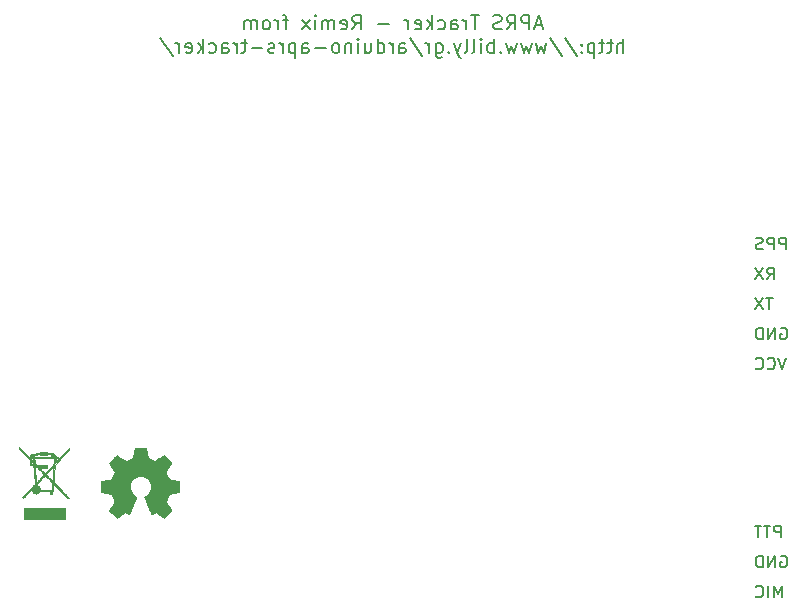
<source format=gbo>
G04 #@! TF.GenerationSoftware,KiCad,Pcbnew,(5.0.2)-1*
G04 #@! TF.CreationDate,2019-04-14T17:31:43+02:00*
G04 #@! TF.ProjectId,APRS-Tracker_ArduinoProMini,41505253-2d54-4726-9163-6b65725f4172,rev?*
G04 #@! TF.SameCoordinates,Original*
G04 #@! TF.FileFunction,Legend,Bot*
G04 #@! TF.FilePolarity,Positive*
%FSLAX46Y46*%
G04 Gerber Fmt 4.6, Leading zero omitted, Abs format (unit mm)*
G04 Created by KiCad (PCBNEW (5.0.2)-1) date 14.04.2019 17:31:43*
%MOMM*%
%LPD*%
G01*
G04 APERTURE LIST*
%ADD10C,0.200000*%
%ADD11C,0.150000*%
%ADD12C,0.010000*%
%ADD13C,1.800000*%
%ADD14R,2.800000X2.800000*%
%ADD15R,1.600000X1.600000*%
%ADD16C,1.600000*%
%ADD17R,1.050000X1.500000*%
%ADD18O,1.050000X1.500000*%
%ADD19C,1.400000*%
%ADD20O,1.400000X1.400000*%
%ADD21C,1.440000*%
%ADD22R,1.700000X1.700000*%
%ADD23O,1.700000X1.700000*%
%ADD24C,2.100000*%
%ADD25C,1.750000*%
%ADD26R,1.400000X1.400000*%
%ADD27C,3.000000*%
G04 APERTURE END LIST*
D10*
X118228571Y-107950000D02*
X117657142Y-107950000D01*
X118342857Y-108292857D02*
X117942857Y-107092857D01*
X117542857Y-108292857D01*
X117142857Y-108292857D02*
X117142857Y-107092857D01*
X116685714Y-107092857D01*
X116571428Y-107150000D01*
X116514285Y-107207142D01*
X116457142Y-107321428D01*
X116457142Y-107492857D01*
X116514285Y-107607142D01*
X116571428Y-107664285D01*
X116685714Y-107721428D01*
X117142857Y-107721428D01*
X115257142Y-108292857D02*
X115657142Y-107721428D01*
X115942857Y-108292857D02*
X115942857Y-107092857D01*
X115485714Y-107092857D01*
X115371428Y-107150000D01*
X115314285Y-107207142D01*
X115257142Y-107321428D01*
X115257142Y-107492857D01*
X115314285Y-107607142D01*
X115371428Y-107664285D01*
X115485714Y-107721428D01*
X115942857Y-107721428D01*
X114800000Y-108235714D02*
X114628571Y-108292857D01*
X114342857Y-108292857D01*
X114228571Y-108235714D01*
X114171428Y-108178571D01*
X114114285Y-108064285D01*
X114114285Y-107950000D01*
X114171428Y-107835714D01*
X114228571Y-107778571D01*
X114342857Y-107721428D01*
X114571428Y-107664285D01*
X114685714Y-107607142D01*
X114742857Y-107550000D01*
X114800000Y-107435714D01*
X114800000Y-107321428D01*
X114742857Y-107207142D01*
X114685714Y-107150000D01*
X114571428Y-107092857D01*
X114285714Y-107092857D01*
X114114285Y-107150000D01*
X112857142Y-107092857D02*
X112171428Y-107092857D01*
X112514285Y-108292857D02*
X112514285Y-107092857D01*
X111771428Y-108292857D02*
X111771428Y-107492857D01*
X111771428Y-107721428D02*
X111714285Y-107607142D01*
X111657142Y-107550000D01*
X111542857Y-107492857D01*
X111428571Y-107492857D01*
X110514285Y-108292857D02*
X110514285Y-107664285D01*
X110571428Y-107550000D01*
X110685714Y-107492857D01*
X110914285Y-107492857D01*
X111028571Y-107550000D01*
X110514285Y-108235714D02*
X110628571Y-108292857D01*
X110914285Y-108292857D01*
X111028571Y-108235714D01*
X111085714Y-108121428D01*
X111085714Y-108007142D01*
X111028571Y-107892857D01*
X110914285Y-107835714D01*
X110628571Y-107835714D01*
X110514285Y-107778571D01*
X109428571Y-108235714D02*
X109542857Y-108292857D01*
X109771428Y-108292857D01*
X109885714Y-108235714D01*
X109942857Y-108178571D01*
X110000000Y-108064285D01*
X110000000Y-107721428D01*
X109942857Y-107607142D01*
X109885714Y-107550000D01*
X109771428Y-107492857D01*
X109542857Y-107492857D01*
X109428571Y-107550000D01*
X108914285Y-108292857D02*
X108914285Y-107092857D01*
X108800000Y-107835714D02*
X108457142Y-108292857D01*
X108457142Y-107492857D02*
X108914285Y-107950000D01*
X107485714Y-108235714D02*
X107600000Y-108292857D01*
X107828571Y-108292857D01*
X107942857Y-108235714D01*
X108000000Y-108121428D01*
X108000000Y-107664285D01*
X107942857Y-107550000D01*
X107828571Y-107492857D01*
X107600000Y-107492857D01*
X107485714Y-107550000D01*
X107428571Y-107664285D01*
X107428571Y-107778571D01*
X108000000Y-107892857D01*
X106914285Y-108292857D02*
X106914285Y-107492857D01*
X106914285Y-107721428D02*
X106857142Y-107607142D01*
X106800000Y-107550000D01*
X106685714Y-107492857D01*
X106571428Y-107492857D01*
X105257142Y-107835714D02*
X104342857Y-107835714D01*
X102171428Y-108292857D02*
X102571428Y-107721428D01*
X102857142Y-108292857D02*
X102857142Y-107092857D01*
X102400000Y-107092857D01*
X102285714Y-107150000D01*
X102228571Y-107207142D01*
X102171428Y-107321428D01*
X102171428Y-107492857D01*
X102228571Y-107607142D01*
X102285714Y-107664285D01*
X102400000Y-107721428D01*
X102857142Y-107721428D01*
X101200000Y-108235714D02*
X101314285Y-108292857D01*
X101542857Y-108292857D01*
X101657142Y-108235714D01*
X101714285Y-108121428D01*
X101714285Y-107664285D01*
X101657142Y-107550000D01*
X101542857Y-107492857D01*
X101314285Y-107492857D01*
X101200000Y-107550000D01*
X101142857Y-107664285D01*
X101142857Y-107778571D01*
X101714285Y-107892857D01*
X100628571Y-108292857D02*
X100628571Y-107492857D01*
X100628571Y-107607142D02*
X100571428Y-107550000D01*
X100457142Y-107492857D01*
X100285714Y-107492857D01*
X100171428Y-107550000D01*
X100114285Y-107664285D01*
X100114285Y-108292857D01*
X100114285Y-107664285D02*
X100057142Y-107550000D01*
X99942857Y-107492857D01*
X99771428Y-107492857D01*
X99657142Y-107550000D01*
X99600000Y-107664285D01*
X99600000Y-108292857D01*
X99028571Y-108292857D02*
X99028571Y-107492857D01*
X99028571Y-107092857D02*
X99085714Y-107150000D01*
X99028571Y-107207142D01*
X98971428Y-107150000D01*
X99028571Y-107092857D01*
X99028571Y-107207142D01*
X98571428Y-108292857D02*
X97942857Y-107492857D01*
X98571428Y-107492857D02*
X97942857Y-108292857D01*
X96742857Y-107492857D02*
X96285714Y-107492857D01*
X96571428Y-108292857D02*
X96571428Y-107264285D01*
X96514285Y-107150000D01*
X96400000Y-107092857D01*
X96285714Y-107092857D01*
X95885714Y-108292857D02*
X95885714Y-107492857D01*
X95885714Y-107721428D02*
X95828571Y-107607142D01*
X95771428Y-107550000D01*
X95657142Y-107492857D01*
X95542857Y-107492857D01*
X94971428Y-108292857D02*
X95085714Y-108235714D01*
X95142857Y-108178571D01*
X95200000Y-108064285D01*
X95200000Y-107721428D01*
X95142857Y-107607142D01*
X95085714Y-107550000D01*
X94971428Y-107492857D01*
X94800000Y-107492857D01*
X94685714Y-107550000D01*
X94628571Y-107607142D01*
X94571428Y-107721428D01*
X94571428Y-108064285D01*
X94628571Y-108178571D01*
X94685714Y-108235714D01*
X94800000Y-108292857D01*
X94971428Y-108292857D01*
X94057142Y-108292857D02*
X94057142Y-107492857D01*
X94057142Y-107607142D02*
X94000000Y-107550000D01*
X93885714Y-107492857D01*
X93714285Y-107492857D01*
X93600000Y-107550000D01*
X93542857Y-107664285D01*
X93542857Y-108292857D01*
X93542857Y-107664285D02*
X93485714Y-107550000D01*
X93371428Y-107492857D01*
X93200000Y-107492857D01*
X93085714Y-107550000D01*
X93028571Y-107664285D01*
X93028571Y-108292857D01*
X125114285Y-110292857D02*
X125114285Y-109092857D01*
X124600000Y-110292857D02*
X124600000Y-109664285D01*
X124657142Y-109550000D01*
X124771428Y-109492857D01*
X124942857Y-109492857D01*
X125057142Y-109550000D01*
X125114285Y-109607142D01*
X124200000Y-109492857D02*
X123742857Y-109492857D01*
X124028571Y-109092857D02*
X124028571Y-110121428D01*
X123971428Y-110235714D01*
X123857142Y-110292857D01*
X123742857Y-110292857D01*
X123514285Y-109492857D02*
X123057142Y-109492857D01*
X123342857Y-109092857D02*
X123342857Y-110121428D01*
X123285714Y-110235714D01*
X123171428Y-110292857D01*
X123057142Y-110292857D01*
X122657142Y-109492857D02*
X122657142Y-110692857D01*
X122657142Y-109550000D02*
X122542857Y-109492857D01*
X122314285Y-109492857D01*
X122200000Y-109550000D01*
X122142857Y-109607142D01*
X122085714Y-109721428D01*
X122085714Y-110064285D01*
X122142857Y-110178571D01*
X122200000Y-110235714D01*
X122314285Y-110292857D01*
X122542857Y-110292857D01*
X122657142Y-110235714D01*
X121571428Y-110178571D02*
X121514285Y-110235714D01*
X121571428Y-110292857D01*
X121628571Y-110235714D01*
X121571428Y-110178571D01*
X121571428Y-110292857D01*
X121571428Y-109550000D02*
X121514285Y-109607142D01*
X121571428Y-109664285D01*
X121628571Y-109607142D01*
X121571428Y-109550000D01*
X121571428Y-109664285D01*
X120142857Y-109035714D02*
X121171428Y-110578571D01*
X118885714Y-109035714D02*
X119914285Y-110578571D01*
X118600000Y-109492857D02*
X118371428Y-110292857D01*
X118142857Y-109721428D01*
X117914285Y-110292857D01*
X117685714Y-109492857D01*
X117342857Y-109492857D02*
X117114285Y-110292857D01*
X116885714Y-109721428D01*
X116657142Y-110292857D01*
X116428571Y-109492857D01*
X116085714Y-109492857D02*
X115857142Y-110292857D01*
X115628571Y-109721428D01*
X115400000Y-110292857D01*
X115171428Y-109492857D01*
X114714285Y-110178571D02*
X114657142Y-110235714D01*
X114714285Y-110292857D01*
X114771428Y-110235714D01*
X114714285Y-110178571D01*
X114714285Y-110292857D01*
X114142857Y-110292857D02*
X114142857Y-109092857D01*
X114142857Y-109550000D02*
X114028571Y-109492857D01*
X113800000Y-109492857D01*
X113685714Y-109550000D01*
X113628571Y-109607142D01*
X113571428Y-109721428D01*
X113571428Y-110064285D01*
X113628571Y-110178571D01*
X113685714Y-110235714D01*
X113800000Y-110292857D01*
X114028571Y-110292857D01*
X114142857Y-110235714D01*
X113057142Y-110292857D02*
X113057142Y-109492857D01*
X113057142Y-109092857D02*
X113114285Y-109150000D01*
X113057142Y-109207142D01*
X113000000Y-109150000D01*
X113057142Y-109092857D01*
X113057142Y-109207142D01*
X112314285Y-110292857D02*
X112428571Y-110235714D01*
X112485714Y-110121428D01*
X112485714Y-109092857D01*
X111685714Y-110292857D02*
X111800000Y-110235714D01*
X111857142Y-110121428D01*
X111857142Y-109092857D01*
X111342857Y-109492857D02*
X111057142Y-110292857D01*
X110771428Y-109492857D02*
X111057142Y-110292857D01*
X111171428Y-110578571D01*
X111228571Y-110635714D01*
X111342857Y-110692857D01*
X110314285Y-110178571D02*
X110257142Y-110235714D01*
X110314285Y-110292857D01*
X110371428Y-110235714D01*
X110314285Y-110178571D01*
X110314285Y-110292857D01*
X109228571Y-109492857D02*
X109228571Y-110464285D01*
X109285714Y-110578571D01*
X109342857Y-110635714D01*
X109457142Y-110692857D01*
X109628571Y-110692857D01*
X109742857Y-110635714D01*
X109228571Y-110235714D02*
X109342857Y-110292857D01*
X109571428Y-110292857D01*
X109685714Y-110235714D01*
X109742857Y-110178571D01*
X109800000Y-110064285D01*
X109800000Y-109721428D01*
X109742857Y-109607142D01*
X109685714Y-109550000D01*
X109571428Y-109492857D01*
X109342857Y-109492857D01*
X109228571Y-109550000D01*
X108657142Y-110292857D02*
X108657142Y-109492857D01*
X108657142Y-109721428D02*
X108600000Y-109607142D01*
X108542857Y-109550000D01*
X108428571Y-109492857D01*
X108314285Y-109492857D01*
X107057142Y-109035714D02*
X108085714Y-110578571D01*
X106142857Y-110292857D02*
X106142857Y-109664285D01*
X106200000Y-109550000D01*
X106314285Y-109492857D01*
X106542857Y-109492857D01*
X106657142Y-109550000D01*
X106142857Y-110235714D02*
X106257142Y-110292857D01*
X106542857Y-110292857D01*
X106657142Y-110235714D01*
X106714285Y-110121428D01*
X106714285Y-110007142D01*
X106657142Y-109892857D01*
X106542857Y-109835714D01*
X106257142Y-109835714D01*
X106142857Y-109778571D01*
X105571428Y-110292857D02*
X105571428Y-109492857D01*
X105571428Y-109721428D02*
X105514285Y-109607142D01*
X105457142Y-109550000D01*
X105342857Y-109492857D01*
X105228571Y-109492857D01*
X104314285Y-110292857D02*
X104314285Y-109092857D01*
X104314285Y-110235714D02*
X104428571Y-110292857D01*
X104657142Y-110292857D01*
X104771428Y-110235714D01*
X104828571Y-110178571D01*
X104885714Y-110064285D01*
X104885714Y-109721428D01*
X104828571Y-109607142D01*
X104771428Y-109550000D01*
X104657142Y-109492857D01*
X104428571Y-109492857D01*
X104314285Y-109550000D01*
X103228571Y-109492857D02*
X103228571Y-110292857D01*
X103742857Y-109492857D02*
X103742857Y-110121428D01*
X103685714Y-110235714D01*
X103571428Y-110292857D01*
X103400000Y-110292857D01*
X103285714Y-110235714D01*
X103228571Y-110178571D01*
X102657142Y-110292857D02*
X102657142Y-109492857D01*
X102657142Y-109092857D02*
X102714285Y-109150000D01*
X102657142Y-109207142D01*
X102600000Y-109150000D01*
X102657142Y-109092857D01*
X102657142Y-109207142D01*
X102085714Y-109492857D02*
X102085714Y-110292857D01*
X102085714Y-109607142D02*
X102028571Y-109550000D01*
X101914285Y-109492857D01*
X101742857Y-109492857D01*
X101628571Y-109550000D01*
X101571428Y-109664285D01*
X101571428Y-110292857D01*
X100828571Y-110292857D02*
X100942857Y-110235714D01*
X101000000Y-110178571D01*
X101057142Y-110064285D01*
X101057142Y-109721428D01*
X101000000Y-109607142D01*
X100942857Y-109550000D01*
X100828571Y-109492857D01*
X100657142Y-109492857D01*
X100542857Y-109550000D01*
X100485714Y-109607142D01*
X100428571Y-109721428D01*
X100428571Y-110064285D01*
X100485714Y-110178571D01*
X100542857Y-110235714D01*
X100657142Y-110292857D01*
X100828571Y-110292857D01*
X99914285Y-109835714D02*
X99000000Y-109835714D01*
X97914285Y-110292857D02*
X97914285Y-109664285D01*
X97971428Y-109550000D01*
X98085714Y-109492857D01*
X98314285Y-109492857D01*
X98428571Y-109550000D01*
X97914285Y-110235714D02*
X98028571Y-110292857D01*
X98314285Y-110292857D01*
X98428571Y-110235714D01*
X98485714Y-110121428D01*
X98485714Y-110007142D01*
X98428571Y-109892857D01*
X98314285Y-109835714D01*
X98028571Y-109835714D01*
X97914285Y-109778571D01*
X97342857Y-109492857D02*
X97342857Y-110692857D01*
X97342857Y-109550000D02*
X97228571Y-109492857D01*
X97000000Y-109492857D01*
X96885714Y-109550000D01*
X96828571Y-109607142D01*
X96771428Y-109721428D01*
X96771428Y-110064285D01*
X96828571Y-110178571D01*
X96885714Y-110235714D01*
X97000000Y-110292857D01*
X97228571Y-110292857D01*
X97342857Y-110235714D01*
X96257142Y-110292857D02*
X96257142Y-109492857D01*
X96257142Y-109721428D02*
X96200000Y-109607142D01*
X96142857Y-109550000D01*
X96028571Y-109492857D01*
X95914285Y-109492857D01*
X95571428Y-110235714D02*
X95457142Y-110292857D01*
X95228571Y-110292857D01*
X95114285Y-110235714D01*
X95057142Y-110121428D01*
X95057142Y-110064285D01*
X95114285Y-109950000D01*
X95228571Y-109892857D01*
X95400000Y-109892857D01*
X95514285Y-109835714D01*
X95571428Y-109721428D01*
X95571428Y-109664285D01*
X95514285Y-109550000D01*
X95400000Y-109492857D01*
X95228571Y-109492857D01*
X95114285Y-109550000D01*
X94542857Y-109835714D02*
X93628571Y-109835714D01*
X93228571Y-109492857D02*
X92771428Y-109492857D01*
X93057142Y-109092857D02*
X93057142Y-110121428D01*
X93000000Y-110235714D01*
X92885714Y-110292857D01*
X92771428Y-110292857D01*
X92371428Y-110292857D02*
X92371428Y-109492857D01*
X92371428Y-109721428D02*
X92314285Y-109607142D01*
X92257142Y-109550000D01*
X92142857Y-109492857D01*
X92028571Y-109492857D01*
X91114285Y-110292857D02*
X91114285Y-109664285D01*
X91171428Y-109550000D01*
X91285714Y-109492857D01*
X91514285Y-109492857D01*
X91628571Y-109550000D01*
X91114285Y-110235714D02*
X91228571Y-110292857D01*
X91514285Y-110292857D01*
X91628571Y-110235714D01*
X91685714Y-110121428D01*
X91685714Y-110007142D01*
X91628571Y-109892857D01*
X91514285Y-109835714D01*
X91228571Y-109835714D01*
X91114285Y-109778571D01*
X90028571Y-110235714D02*
X90142857Y-110292857D01*
X90371428Y-110292857D01*
X90485714Y-110235714D01*
X90542857Y-110178571D01*
X90600000Y-110064285D01*
X90600000Y-109721428D01*
X90542857Y-109607142D01*
X90485714Y-109550000D01*
X90371428Y-109492857D01*
X90142857Y-109492857D01*
X90028571Y-109550000D01*
X89514285Y-110292857D02*
X89514285Y-109092857D01*
X89400000Y-109835714D02*
X89057142Y-110292857D01*
X89057142Y-109492857D02*
X89514285Y-109950000D01*
X88085714Y-110235714D02*
X88200000Y-110292857D01*
X88428571Y-110292857D01*
X88542857Y-110235714D01*
X88600000Y-110121428D01*
X88600000Y-109664285D01*
X88542857Y-109550000D01*
X88428571Y-109492857D01*
X88200000Y-109492857D01*
X88085714Y-109550000D01*
X88028571Y-109664285D01*
X88028571Y-109778571D01*
X88600000Y-109892857D01*
X87514285Y-110292857D02*
X87514285Y-109492857D01*
X87514285Y-109721428D02*
X87457142Y-109607142D01*
X87400000Y-109550000D01*
X87285714Y-109492857D01*
X87171428Y-109492857D01*
X85914285Y-109035714D02*
X86942857Y-110578571D01*
D11*
X138514452Y-156398380D02*
X138514452Y-155398380D01*
X138181119Y-156112666D01*
X137847785Y-155398380D01*
X137847785Y-156398380D01*
X137371595Y-156398380D02*
X137371595Y-155398380D01*
X136323976Y-156303142D02*
X136371595Y-156350761D01*
X136514452Y-156398380D01*
X136609690Y-156398380D01*
X136752547Y-156350761D01*
X136847785Y-156255523D01*
X136895404Y-156160285D01*
X136943023Y-155969809D01*
X136943023Y-155826952D01*
X136895404Y-155636476D01*
X136847785Y-155541238D01*
X136752547Y-155446000D01*
X136609690Y-155398380D01*
X136514452Y-155398380D01*
X136371595Y-155446000D01*
X136323976Y-155493619D01*
X138419214Y-152906000D02*
X138514452Y-152858380D01*
X138657309Y-152858380D01*
X138800166Y-152906000D01*
X138895404Y-153001238D01*
X138943023Y-153096476D01*
X138990642Y-153286952D01*
X138990642Y-153429809D01*
X138943023Y-153620285D01*
X138895404Y-153715523D01*
X138800166Y-153810761D01*
X138657309Y-153858380D01*
X138562071Y-153858380D01*
X138419214Y-153810761D01*
X138371595Y-153763142D01*
X138371595Y-153429809D01*
X138562071Y-153429809D01*
X137943023Y-153858380D02*
X137943023Y-152858380D01*
X137371595Y-153858380D01*
X137371595Y-152858380D01*
X136895404Y-153858380D02*
X136895404Y-152858380D01*
X136657309Y-152858380D01*
X136514452Y-152906000D01*
X136419214Y-153001238D01*
X136371595Y-153096476D01*
X136323976Y-153286952D01*
X136323976Y-153429809D01*
X136371595Y-153620285D01*
X136419214Y-153715523D01*
X136514452Y-153810761D01*
X136657309Y-153858380D01*
X136895404Y-153858380D01*
X138419214Y-151318380D02*
X138419214Y-150318380D01*
X138038261Y-150318380D01*
X137943023Y-150366000D01*
X137895404Y-150413619D01*
X137847785Y-150508857D01*
X137847785Y-150651714D01*
X137895404Y-150746952D01*
X137943023Y-150794571D01*
X138038261Y-150842190D01*
X138419214Y-150842190D01*
X137562071Y-150318380D02*
X136990642Y-150318380D01*
X137276357Y-151318380D02*
X137276357Y-150318380D01*
X136800166Y-150318380D02*
X136228738Y-150318380D01*
X136514452Y-151318380D02*
X136514452Y-150318380D01*
X138895404Y-136094380D02*
X138562071Y-137094380D01*
X138228738Y-136094380D01*
X137323976Y-136999142D02*
X137371595Y-137046761D01*
X137514452Y-137094380D01*
X137609690Y-137094380D01*
X137752547Y-137046761D01*
X137847785Y-136951523D01*
X137895404Y-136856285D01*
X137943023Y-136665809D01*
X137943023Y-136522952D01*
X137895404Y-136332476D01*
X137847785Y-136237238D01*
X137752547Y-136142000D01*
X137609690Y-136094380D01*
X137514452Y-136094380D01*
X137371595Y-136142000D01*
X137323976Y-136189619D01*
X136323976Y-136999142D02*
X136371595Y-137046761D01*
X136514452Y-137094380D01*
X136609690Y-137094380D01*
X136752547Y-137046761D01*
X136847785Y-136951523D01*
X136895404Y-136856285D01*
X136943023Y-136665809D01*
X136943023Y-136522952D01*
X136895404Y-136332476D01*
X136847785Y-136237238D01*
X136752547Y-136142000D01*
X136609690Y-136094380D01*
X136514452Y-136094380D01*
X136371595Y-136142000D01*
X136323976Y-136189619D01*
X138419214Y-133602000D02*
X138514452Y-133554380D01*
X138657309Y-133554380D01*
X138800166Y-133602000D01*
X138895404Y-133697238D01*
X138943023Y-133792476D01*
X138990642Y-133982952D01*
X138990642Y-134125809D01*
X138943023Y-134316285D01*
X138895404Y-134411523D01*
X138800166Y-134506761D01*
X138657309Y-134554380D01*
X138562071Y-134554380D01*
X138419214Y-134506761D01*
X138371595Y-134459142D01*
X138371595Y-134125809D01*
X138562071Y-134125809D01*
X137943023Y-134554380D02*
X137943023Y-133554380D01*
X137371595Y-134554380D01*
X137371595Y-133554380D01*
X136895404Y-134554380D02*
X136895404Y-133554380D01*
X136657309Y-133554380D01*
X136514452Y-133602000D01*
X136419214Y-133697238D01*
X136371595Y-133792476D01*
X136323976Y-133982952D01*
X136323976Y-134125809D01*
X136371595Y-134316285D01*
X136419214Y-134411523D01*
X136514452Y-134506761D01*
X136657309Y-134554380D01*
X136895404Y-134554380D01*
X137276357Y-129474380D02*
X137609690Y-128998190D01*
X137847785Y-129474380D02*
X137847785Y-128474380D01*
X137466833Y-128474380D01*
X137371595Y-128522000D01*
X137323976Y-128569619D01*
X137276357Y-128664857D01*
X137276357Y-128807714D01*
X137323976Y-128902952D01*
X137371595Y-128950571D01*
X137466833Y-128998190D01*
X137847785Y-128998190D01*
X136943023Y-128474380D02*
X136276357Y-129474380D01*
X136276357Y-128474380D02*
X136943023Y-129474380D01*
X137752547Y-131014380D02*
X137181119Y-131014380D01*
X137466833Y-132014380D02*
X137466833Y-131014380D01*
X136943023Y-131014380D02*
X136276357Y-132014380D01*
X136276357Y-131014380D02*
X136943023Y-132014380D01*
X138847785Y-126934380D02*
X138847785Y-125934380D01*
X138466833Y-125934380D01*
X138371595Y-125982000D01*
X138323976Y-126029619D01*
X138276357Y-126124857D01*
X138276357Y-126267714D01*
X138323976Y-126362952D01*
X138371595Y-126410571D01*
X138466833Y-126458190D01*
X138847785Y-126458190D01*
X137847785Y-126934380D02*
X137847785Y-125934380D01*
X137466833Y-125934380D01*
X137371595Y-125982000D01*
X137323976Y-126029619D01*
X137276357Y-126124857D01*
X137276357Y-126267714D01*
X137323976Y-126362952D01*
X137371595Y-126410571D01*
X137466833Y-126458190D01*
X137847785Y-126458190D01*
X136895404Y-126886761D02*
X136752547Y-126934380D01*
X136514452Y-126934380D01*
X136419214Y-126886761D01*
X136371595Y-126839142D01*
X136323976Y-126743904D01*
X136323976Y-126648666D01*
X136371595Y-126553428D01*
X136419214Y-126505809D01*
X136514452Y-126458190D01*
X136704928Y-126410571D01*
X136800166Y-126362952D01*
X136847785Y-126315333D01*
X136895404Y-126220095D01*
X136895404Y-126124857D01*
X136847785Y-126029619D01*
X136800166Y-125982000D01*
X136704928Y-125934380D01*
X136466833Y-125934380D01*
X136323976Y-125982000D01*
D12*
G04 #@! TO.C,REF\002A\002A*
G36*
X83664186Y-144170931D02*
X83580365Y-144615555D01*
X83271080Y-144743053D01*
X82961794Y-144870551D01*
X82590754Y-144618246D01*
X82486843Y-144547996D01*
X82392913Y-144485272D01*
X82313348Y-144432938D01*
X82252530Y-144393857D01*
X82214843Y-144370893D01*
X82204579Y-144365942D01*
X82186090Y-144378676D01*
X82146580Y-144413882D01*
X82090478Y-144467062D01*
X82022213Y-144533718D01*
X81946214Y-144609354D01*
X81866908Y-144689472D01*
X81788725Y-144769574D01*
X81716093Y-144845164D01*
X81653441Y-144911745D01*
X81605197Y-144964818D01*
X81575790Y-144999887D01*
X81568759Y-145011623D01*
X81578877Y-145033260D01*
X81607241Y-145080662D01*
X81650871Y-145149193D01*
X81706782Y-145234215D01*
X81771994Y-145331093D01*
X81809781Y-145386350D01*
X81878657Y-145487248D01*
X81939860Y-145578299D01*
X81990422Y-145654970D01*
X82027372Y-145712728D01*
X82047742Y-145747043D01*
X82050803Y-145754254D01*
X82043864Y-145774748D01*
X82024949Y-145822513D01*
X81996913Y-145890832D01*
X81962609Y-145972989D01*
X81924891Y-146062270D01*
X81886613Y-146151958D01*
X81850630Y-146235338D01*
X81819794Y-146305694D01*
X81796961Y-146356310D01*
X81784983Y-146380471D01*
X81784276Y-146381422D01*
X81765469Y-146386036D01*
X81715382Y-146396328D01*
X81639207Y-146411287D01*
X81542135Y-146429901D01*
X81429357Y-146451159D01*
X81363558Y-146463418D01*
X81243050Y-146486362D01*
X81134203Y-146508195D01*
X81042524Y-146527722D01*
X80973519Y-146543748D01*
X80932696Y-146555079D01*
X80924489Y-146558674D01*
X80916452Y-146583006D01*
X80909967Y-146637959D01*
X80905030Y-146717108D01*
X80901636Y-146814026D01*
X80899782Y-146922287D01*
X80899462Y-147035465D01*
X80900673Y-147147135D01*
X80903410Y-147250868D01*
X80907669Y-147340241D01*
X80913445Y-147408826D01*
X80920733Y-147450197D01*
X80925105Y-147458810D01*
X80951236Y-147469133D01*
X81006607Y-147483892D01*
X81083893Y-147501352D01*
X81175770Y-147519780D01*
X81207842Y-147525741D01*
X81362476Y-147554066D01*
X81484625Y-147576876D01*
X81578327Y-147595080D01*
X81647616Y-147609583D01*
X81696529Y-147621292D01*
X81729103Y-147631115D01*
X81749372Y-147639956D01*
X81761374Y-147648724D01*
X81763053Y-147650457D01*
X81779816Y-147678371D01*
X81805386Y-147732695D01*
X81837212Y-147806777D01*
X81872740Y-147893965D01*
X81909417Y-147987608D01*
X81944689Y-148081052D01*
X81976004Y-148167647D01*
X82000807Y-148240740D01*
X82016546Y-148293678D01*
X82020668Y-148319811D01*
X82020324Y-148320726D01*
X82006359Y-148342086D01*
X81974678Y-148389084D01*
X81928609Y-148456827D01*
X81871482Y-148540423D01*
X81806627Y-148634982D01*
X81788157Y-148661854D01*
X81722301Y-148759275D01*
X81664350Y-148848163D01*
X81617462Y-148923412D01*
X81584793Y-148979920D01*
X81569500Y-149012581D01*
X81568759Y-149016593D01*
X81581608Y-149037684D01*
X81617112Y-149079464D01*
X81670707Y-149137445D01*
X81737829Y-149207135D01*
X81813913Y-149284045D01*
X81894396Y-149363683D01*
X81974713Y-149441561D01*
X82050301Y-149513186D01*
X82116595Y-149574070D01*
X82169031Y-149619721D01*
X82203045Y-149645650D01*
X82212455Y-149649883D01*
X82234357Y-149639912D01*
X82279200Y-149613020D01*
X82339679Y-149573736D01*
X82386211Y-149542117D01*
X82470525Y-149484098D01*
X82570374Y-149415784D01*
X82670527Y-149347579D01*
X82724373Y-149311075D01*
X82906629Y-149187800D01*
X83059619Y-149270520D01*
X83129318Y-149306759D01*
X83188586Y-149334926D01*
X83228689Y-149350991D01*
X83238897Y-149353226D01*
X83251171Y-149336722D01*
X83275387Y-149290082D01*
X83309737Y-149217609D01*
X83352412Y-149123606D01*
X83401606Y-149012374D01*
X83455510Y-148888215D01*
X83512316Y-148755432D01*
X83570218Y-148618327D01*
X83627407Y-148481202D01*
X83682076Y-148348358D01*
X83732416Y-148224098D01*
X83776620Y-148112725D01*
X83812881Y-148018539D01*
X83839391Y-147945844D01*
X83854342Y-147898941D01*
X83856746Y-147882833D01*
X83837689Y-147862286D01*
X83795964Y-147828933D01*
X83740294Y-147789702D01*
X83735622Y-147786599D01*
X83591736Y-147671423D01*
X83475717Y-147537053D01*
X83388570Y-147387784D01*
X83331301Y-147227913D01*
X83304914Y-147061737D01*
X83310415Y-146893552D01*
X83348810Y-146727655D01*
X83421105Y-146568342D01*
X83442374Y-146533487D01*
X83553004Y-146392737D01*
X83683698Y-146279714D01*
X83829936Y-146195003D01*
X83987192Y-146139194D01*
X84150943Y-146112874D01*
X84316667Y-146116630D01*
X84479838Y-146151050D01*
X84635935Y-146216723D01*
X84780433Y-146314235D01*
X84825131Y-146353813D01*
X84938888Y-146477703D01*
X85021782Y-146608124D01*
X85078644Y-146754315D01*
X85110313Y-146899088D01*
X85118131Y-147061860D01*
X85092062Y-147225440D01*
X85034755Y-147384298D01*
X84948856Y-147532906D01*
X84837014Y-147665735D01*
X84701877Y-147777256D01*
X84684117Y-147789011D01*
X84627850Y-147827508D01*
X84585077Y-147860863D01*
X84564628Y-147882160D01*
X84564331Y-147882833D01*
X84568721Y-147905871D01*
X84586124Y-147958157D01*
X84614732Y-148035390D01*
X84652735Y-148133268D01*
X84698326Y-148247491D01*
X84749697Y-148373758D01*
X84805038Y-148507767D01*
X84862542Y-148645218D01*
X84920399Y-148781808D01*
X84976802Y-148913237D01*
X85029942Y-149035205D01*
X85078010Y-149143409D01*
X85119199Y-149233549D01*
X85151699Y-149301323D01*
X85173703Y-149342430D01*
X85182564Y-149353226D01*
X85209640Y-149344819D01*
X85260303Y-149322272D01*
X85325817Y-149289613D01*
X85361841Y-149270520D01*
X85514832Y-149187800D01*
X85697088Y-149311075D01*
X85790125Y-149374228D01*
X85891985Y-149443727D01*
X85987438Y-149509165D01*
X86035250Y-149542117D01*
X86102495Y-149587273D01*
X86159436Y-149623057D01*
X86198646Y-149644938D01*
X86211381Y-149649563D01*
X86229917Y-149637085D01*
X86270941Y-149602252D01*
X86330475Y-149548678D01*
X86404542Y-149479983D01*
X86489165Y-149399781D01*
X86542685Y-149348286D01*
X86636319Y-149256286D01*
X86717241Y-149173999D01*
X86782177Y-149104945D01*
X86827858Y-149052644D01*
X86851011Y-149020616D01*
X86853232Y-149014116D01*
X86842924Y-148989394D01*
X86814439Y-148939405D01*
X86770937Y-148869212D01*
X86715577Y-148783875D01*
X86651520Y-148688456D01*
X86633303Y-148661854D01*
X86566927Y-148565167D01*
X86507378Y-148478117D01*
X86457984Y-148405595D01*
X86422075Y-148352493D01*
X86402981Y-148323703D01*
X86401136Y-148320726D01*
X86403895Y-148297782D01*
X86418538Y-148247336D01*
X86442513Y-148176041D01*
X86473266Y-148090547D01*
X86508244Y-147997507D01*
X86544893Y-147903574D01*
X86580661Y-147815399D01*
X86612994Y-147739634D01*
X86639338Y-147682931D01*
X86657142Y-147651943D01*
X86658407Y-147650457D01*
X86669294Y-147641601D01*
X86687682Y-147632843D01*
X86717606Y-147623277D01*
X86763103Y-147611996D01*
X86828209Y-147598093D01*
X86916961Y-147580663D01*
X87033393Y-147558798D01*
X87181542Y-147531591D01*
X87213618Y-147525741D01*
X87308686Y-147507374D01*
X87391565Y-147489405D01*
X87454930Y-147473569D01*
X87491458Y-147461600D01*
X87496356Y-147458810D01*
X87504427Y-147434072D01*
X87510987Y-147378790D01*
X87516033Y-147299389D01*
X87519559Y-147202296D01*
X87521561Y-147093938D01*
X87522036Y-146980740D01*
X87520977Y-146869128D01*
X87518382Y-146765529D01*
X87514246Y-146676368D01*
X87508563Y-146608072D01*
X87501331Y-146567066D01*
X87496971Y-146558674D01*
X87472698Y-146550208D01*
X87417426Y-146536435D01*
X87336662Y-146518550D01*
X87235912Y-146497748D01*
X87120683Y-146475223D01*
X87057902Y-146463418D01*
X86938787Y-146441151D01*
X86832565Y-146420979D01*
X86744427Y-146403915D01*
X86679566Y-146390969D01*
X86643174Y-146383155D01*
X86637184Y-146381422D01*
X86627061Y-146361890D01*
X86605662Y-146314843D01*
X86575839Y-146247003D01*
X86540445Y-146165091D01*
X86502332Y-146075828D01*
X86464353Y-145985935D01*
X86429360Y-145902135D01*
X86400206Y-145831147D01*
X86379743Y-145779694D01*
X86370823Y-145754497D01*
X86370657Y-145753396D01*
X86380769Y-145733519D01*
X86409117Y-145687777D01*
X86452723Y-145620717D01*
X86508606Y-145536884D01*
X86573787Y-145440826D01*
X86611679Y-145385650D01*
X86680725Y-145284481D01*
X86742050Y-145192630D01*
X86792663Y-145114744D01*
X86829571Y-145055469D01*
X86849782Y-145019451D01*
X86852701Y-145011377D01*
X86840153Y-144992584D01*
X86805463Y-144952457D01*
X86753063Y-144895493D01*
X86687384Y-144826185D01*
X86612856Y-144749031D01*
X86533913Y-144668525D01*
X86454983Y-144589163D01*
X86380500Y-144515440D01*
X86314894Y-144451852D01*
X86262596Y-144402894D01*
X86228039Y-144373061D01*
X86216478Y-144365942D01*
X86197654Y-144375953D01*
X86152631Y-144404078D01*
X86085787Y-144447454D01*
X86001499Y-144503218D01*
X85904144Y-144568506D01*
X85830707Y-144618246D01*
X85459667Y-144870551D01*
X84841095Y-144615555D01*
X84757275Y-144170931D01*
X84673454Y-143726307D01*
X83748006Y-143726307D01*
X83664186Y-144170931D01*
X83664186Y-144170931D01*
G37*
X83664186Y-144170931D02*
X83580365Y-144615555D01*
X83271080Y-144743053D01*
X82961794Y-144870551D01*
X82590754Y-144618246D01*
X82486843Y-144547996D01*
X82392913Y-144485272D01*
X82313348Y-144432938D01*
X82252530Y-144393857D01*
X82214843Y-144370893D01*
X82204579Y-144365942D01*
X82186090Y-144378676D01*
X82146580Y-144413882D01*
X82090478Y-144467062D01*
X82022213Y-144533718D01*
X81946214Y-144609354D01*
X81866908Y-144689472D01*
X81788725Y-144769574D01*
X81716093Y-144845164D01*
X81653441Y-144911745D01*
X81605197Y-144964818D01*
X81575790Y-144999887D01*
X81568759Y-145011623D01*
X81578877Y-145033260D01*
X81607241Y-145080662D01*
X81650871Y-145149193D01*
X81706782Y-145234215D01*
X81771994Y-145331093D01*
X81809781Y-145386350D01*
X81878657Y-145487248D01*
X81939860Y-145578299D01*
X81990422Y-145654970D01*
X82027372Y-145712728D01*
X82047742Y-145747043D01*
X82050803Y-145754254D01*
X82043864Y-145774748D01*
X82024949Y-145822513D01*
X81996913Y-145890832D01*
X81962609Y-145972989D01*
X81924891Y-146062270D01*
X81886613Y-146151958D01*
X81850630Y-146235338D01*
X81819794Y-146305694D01*
X81796961Y-146356310D01*
X81784983Y-146380471D01*
X81784276Y-146381422D01*
X81765469Y-146386036D01*
X81715382Y-146396328D01*
X81639207Y-146411287D01*
X81542135Y-146429901D01*
X81429357Y-146451159D01*
X81363558Y-146463418D01*
X81243050Y-146486362D01*
X81134203Y-146508195D01*
X81042524Y-146527722D01*
X80973519Y-146543748D01*
X80932696Y-146555079D01*
X80924489Y-146558674D01*
X80916452Y-146583006D01*
X80909967Y-146637959D01*
X80905030Y-146717108D01*
X80901636Y-146814026D01*
X80899782Y-146922287D01*
X80899462Y-147035465D01*
X80900673Y-147147135D01*
X80903410Y-147250868D01*
X80907669Y-147340241D01*
X80913445Y-147408826D01*
X80920733Y-147450197D01*
X80925105Y-147458810D01*
X80951236Y-147469133D01*
X81006607Y-147483892D01*
X81083893Y-147501352D01*
X81175770Y-147519780D01*
X81207842Y-147525741D01*
X81362476Y-147554066D01*
X81484625Y-147576876D01*
X81578327Y-147595080D01*
X81647616Y-147609583D01*
X81696529Y-147621292D01*
X81729103Y-147631115D01*
X81749372Y-147639956D01*
X81761374Y-147648724D01*
X81763053Y-147650457D01*
X81779816Y-147678371D01*
X81805386Y-147732695D01*
X81837212Y-147806777D01*
X81872740Y-147893965D01*
X81909417Y-147987608D01*
X81944689Y-148081052D01*
X81976004Y-148167647D01*
X82000807Y-148240740D01*
X82016546Y-148293678D01*
X82020668Y-148319811D01*
X82020324Y-148320726D01*
X82006359Y-148342086D01*
X81974678Y-148389084D01*
X81928609Y-148456827D01*
X81871482Y-148540423D01*
X81806627Y-148634982D01*
X81788157Y-148661854D01*
X81722301Y-148759275D01*
X81664350Y-148848163D01*
X81617462Y-148923412D01*
X81584793Y-148979920D01*
X81569500Y-149012581D01*
X81568759Y-149016593D01*
X81581608Y-149037684D01*
X81617112Y-149079464D01*
X81670707Y-149137445D01*
X81737829Y-149207135D01*
X81813913Y-149284045D01*
X81894396Y-149363683D01*
X81974713Y-149441561D01*
X82050301Y-149513186D01*
X82116595Y-149574070D01*
X82169031Y-149619721D01*
X82203045Y-149645650D01*
X82212455Y-149649883D01*
X82234357Y-149639912D01*
X82279200Y-149613020D01*
X82339679Y-149573736D01*
X82386211Y-149542117D01*
X82470525Y-149484098D01*
X82570374Y-149415784D01*
X82670527Y-149347579D01*
X82724373Y-149311075D01*
X82906629Y-149187800D01*
X83059619Y-149270520D01*
X83129318Y-149306759D01*
X83188586Y-149334926D01*
X83228689Y-149350991D01*
X83238897Y-149353226D01*
X83251171Y-149336722D01*
X83275387Y-149290082D01*
X83309737Y-149217609D01*
X83352412Y-149123606D01*
X83401606Y-149012374D01*
X83455510Y-148888215D01*
X83512316Y-148755432D01*
X83570218Y-148618327D01*
X83627407Y-148481202D01*
X83682076Y-148348358D01*
X83732416Y-148224098D01*
X83776620Y-148112725D01*
X83812881Y-148018539D01*
X83839391Y-147945844D01*
X83854342Y-147898941D01*
X83856746Y-147882833D01*
X83837689Y-147862286D01*
X83795964Y-147828933D01*
X83740294Y-147789702D01*
X83735622Y-147786599D01*
X83591736Y-147671423D01*
X83475717Y-147537053D01*
X83388570Y-147387784D01*
X83331301Y-147227913D01*
X83304914Y-147061737D01*
X83310415Y-146893552D01*
X83348810Y-146727655D01*
X83421105Y-146568342D01*
X83442374Y-146533487D01*
X83553004Y-146392737D01*
X83683698Y-146279714D01*
X83829936Y-146195003D01*
X83987192Y-146139194D01*
X84150943Y-146112874D01*
X84316667Y-146116630D01*
X84479838Y-146151050D01*
X84635935Y-146216723D01*
X84780433Y-146314235D01*
X84825131Y-146353813D01*
X84938888Y-146477703D01*
X85021782Y-146608124D01*
X85078644Y-146754315D01*
X85110313Y-146899088D01*
X85118131Y-147061860D01*
X85092062Y-147225440D01*
X85034755Y-147384298D01*
X84948856Y-147532906D01*
X84837014Y-147665735D01*
X84701877Y-147777256D01*
X84684117Y-147789011D01*
X84627850Y-147827508D01*
X84585077Y-147860863D01*
X84564628Y-147882160D01*
X84564331Y-147882833D01*
X84568721Y-147905871D01*
X84586124Y-147958157D01*
X84614732Y-148035390D01*
X84652735Y-148133268D01*
X84698326Y-148247491D01*
X84749697Y-148373758D01*
X84805038Y-148507767D01*
X84862542Y-148645218D01*
X84920399Y-148781808D01*
X84976802Y-148913237D01*
X85029942Y-149035205D01*
X85078010Y-149143409D01*
X85119199Y-149233549D01*
X85151699Y-149301323D01*
X85173703Y-149342430D01*
X85182564Y-149353226D01*
X85209640Y-149344819D01*
X85260303Y-149322272D01*
X85325817Y-149289613D01*
X85361841Y-149270520D01*
X85514832Y-149187800D01*
X85697088Y-149311075D01*
X85790125Y-149374228D01*
X85891985Y-149443727D01*
X85987438Y-149509165D01*
X86035250Y-149542117D01*
X86102495Y-149587273D01*
X86159436Y-149623057D01*
X86198646Y-149644938D01*
X86211381Y-149649563D01*
X86229917Y-149637085D01*
X86270941Y-149602252D01*
X86330475Y-149548678D01*
X86404542Y-149479983D01*
X86489165Y-149399781D01*
X86542685Y-149348286D01*
X86636319Y-149256286D01*
X86717241Y-149173999D01*
X86782177Y-149104945D01*
X86827858Y-149052644D01*
X86851011Y-149020616D01*
X86853232Y-149014116D01*
X86842924Y-148989394D01*
X86814439Y-148939405D01*
X86770937Y-148869212D01*
X86715577Y-148783875D01*
X86651520Y-148688456D01*
X86633303Y-148661854D01*
X86566927Y-148565167D01*
X86507378Y-148478117D01*
X86457984Y-148405595D01*
X86422075Y-148352493D01*
X86402981Y-148323703D01*
X86401136Y-148320726D01*
X86403895Y-148297782D01*
X86418538Y-148247336D01*
X86442513Y-148176041D01*
X86473266Y-148090547D01*
X86508244Y-147997507D01*
X86544893Y-147903574D01*
X86580661Y-147815399D01*
X86612994Y-147739634D01*
X86639338Y-147682931D01*
X86657142Y-147651943D01*
X86658407Y-147650457D01*
X86669294Y-147641601D01*
X86687682Y-147632843D01*
X86717606Y-147623277D01*
X86763103Y-147611996D01*
X86828209Y-147598093D01*
X86916961Y-147580663D01*
X87033393Y-147558798D01*
X87181542Y-147531591D01*
X87213618Y-147525741D01*
X87308686Y-147507374D01*
X87391565Y-147489405D01*
X87454930Y-147473569D01*
X87491458Y-147461600D01*
X87496356Y-147458810D01*
X87504427Y-147434072D01*
X87510987Y-147378790D01*
X87516033Y-147299389D01*
X87519559Y-147202296D01*
X87521561Y-147093938D01*
X87522036Y-146980740D01*
X87520977Y-146869128D01*
X87518382Y-146765529D01*
X87514246Y-146676368D01*
X87508563Y-146608072D01*
X87501331Y-146567066D01*
X87496971Y-146558674D01*
X87472698Y-146550208D01*
X87417426Y-146536435D01*
X87336662Y-146518550D01*
X87235912Y-146497748D01*
X87120683Y-146475223D01*
X87057902Y-146463418D01*
X86938787Y-146441151D01*
X86832565Y-146420979D01*
X86744427Y-146403915D01*
X86679566Y-146390969D01*
X86643174Y-146383155D01*
X86637184Y-146381422D01*
X86627061Y-146361890D01*
X86605662Y-146314843D01*
X86575839Y-146247003D01*
X86540445Y-146165091D01*
X86502332Y-146075828D01*
X86464353Y-145985935D01*
X86429360Y-145902135D01*
X86400206Y-145831147D01*
X86379743Y-145779694D01*
X86370823Y-145754497D01*
X86370657Y-145753396D01*
X86380769Y-145733519D01*
X86409117Y-145687777D01*
X86452723Y-145620717D01*
X86508606Y-145536884D01*
X86573787Y-145440826D01*
X86611679Y-145385650D01*
X86680725Y-145284481D01*
X86742050Y-145192630D01*
X86792663Y-145114744D01*
X86829571Y-145055469D01*
X86849782Y-145019451D01*
X86852701Y-145011377D01*
X86840153Y-144992584D01*
X86805463Y-144952457D01*
X86753063Y-144895493D01*
X86687384Y-144826185D01*
X86612856Y-144749031D01*
X86533913Y-144668525D01*
X86454983Y-144589163D01*
X86380500Y-144515440D01*
X86314894Y-144451852D01*
X86262596Y-144402894D01*
X86228039Y-144373061D01*
X86216478Y-144365942D01*
X86197654Y-144375953D01*
X86152631Y-144404078D01*
X86085787Y-144447454D01*
X86001499Y-144503218D01*
X85904144Y-144568506D01*
X85830707Y-144618246D01*
X85459667Y-144870551D01*
X84841095Y-144615555D01*
X84757275Y-144170931D01*
X84673454Y-143726307D01*
X83748006Y-143726307D01*
X83664186Y-144170931D01*
G36*
X73967570Y-143766848D02*
X73968189Y-143853931D01*
X74419914Y-144312891D01*
X74871639Y-144771852D01*
X74871968Y-144982471D01*
X74872297Y-145193089D01*
X75147390Y-145193089D01*
X75154478Y-145246530D01*
X75157162Y-145270888D01*
X75161687Y-145316759D01*
X75167809Y-145381405D01*
X75175288Y-145462091D01*
X75183881Y-145556081D01*
X75193346Y-145660637D01*
X75203442Y-145773025D01*
X75213926Y-145890507D01*
X75224556Y-146010348D01*
X75235091Y-146129811D01*
X75245287Y-146246159D01*
X75254905Y-146356657D01*
X75263700Y-146458569D01*
X75271432Y-146549158D01*
X75277858Y-146625687D01*
X75282737Y-146685421D01*
X75285825Y-146725624D01*
X75286883Y-146743559D01*
X75286882Y-146743644D01*
X75279173Y-146758035D01*
X75256019Y-146787748D01*
X75217105Y-146833131D01*
X75162116Y-146894529D01*
X75090736Y-146972288D01*
X75002651Y-147066754D01*
X74897546Y-147178272D01*
X74775105Y-147307188D01*
X74740690Y-147343287D01*
X74194863Y-147915416D01*
X74283119Y-148003436D01*
X74354515Y-147925758D01*
X74380634Y-147897686D01*
X74421434Y-147854274D01*
X74474223Y-147798366D01*
X74536309Y-147732808D01*
X74605000Y-147660441D01*
X74677604Y-147584112D01*
X74721040Y-147538524D01*
X74802584Y-147453119D01*
X74868496Y-147384710D01*
X74920456Y-147332053D01*
X74960145Y-147293905D01*
X74989243Y-147269020D01*
X75009431Y-147256156D01*
X75022390Y-147254068D01*
X75029800Y-147261513D01*
X75033342Y-147277246D01*
X75034697Y-147300023D01*
X75034879Y-147306239D01*
X75044297Y-147349061D01*
X75067503Y-147400819D01*
X75099864Y-147453328D01*
X75136748Y-147498403D01*
X75151507Y-147512328D01*
X75227233Y-147561047D01*
X75315692Y-147588306D01*
X75393900Y-147594773D01*
X75482532Y-147582576D01*
X75564388Y-147546813D01*
X75636836Y-147488722D01*
X75650203Y-147474262D01*
X75699082Y-147418733D01*
X76544674Y-147418733D01*
X76544674Y-147594773D01*
X76771010Y-147594773D01*
X76771010Y-147512531D01*
X76773850Y-147456386D01*
X76783393Y-147417416D01*
X76794991Y-147396219D01*
X76803277Y-147381052D01*
X76810373Y-147359062D01*
X76816748Y-147326987D01*
X76822872Y-147281569D01*
X76829216Y-147219548D01*
X76836250Y-147137662D01*
X76841066Y-147076746D01*
X76863161Y-146791343D01*
X77405565Y-147340805D01*
X77503637Y-147440228D01*
X77597784Y-147535815D01*
X77686285Y-147625810D01*
X77767420Y-147708457D01*
X77839469Y-147782001D01*
X77900712Y-147844684D01*
X77949427Y-147894752D01*
X77983896Y-147930448D01*
X78002379Y-147949995D01*
X78032743Y-147980944D01*
X78058071Y-148002530D01*
X78071695Y-148009723D01*
X78089095Y-148001297D01*
X78114460Y-147980245D01*
X78123058Y-147971671D01*
X78159514Y-147933620D01*
X77958802Y-147729658D01*
X77907596Y-147677699D01*
X77841569Y-147610820D01*
X77763618Y-147531950D01*
X77676638Y-147444014D01*
X77583526Y-147349941D01*
X77487179Y-147252658D01*
X77390492Y-147155093D01*
X77321134Y-147085145D01*
X77215703Y-146978550D01*
X77127129Y-146888307D01*
X77054281Y-146813192D01*
X76996023Y-146751986D01*
X76951225Y-146703466D01*
X76929021Y-146678129D01*
X76750724Y-146678129D01*
X76728401Y-146963555D01*
X76721669Y-147047219D01*
X76715157Y-147123727D01*
X76709234Y-147189081D01*
X76704268Y-147239281D01*
X76700629Y-147270329D01*
X76699458Y-147277273D01*
X76692838Y-147305565D01*
X75743364Y-147305565D01*
X75737026Y-147226606D01*
X75717890Y-147133315D01*
X75677846Y-147050791D01*
X75619418Y-146982038D01*
X75545129Y-146930063D01*
X75461748Y-146898863D01*
X75434698Y-146884228D01*
X75421156Y-146852819D01*
X75420872Y-146851434D01*
X75419247Y-146838174D01*
X75421256Y-146824595D01*
X75428858Y-146808181D01*
X75444016Y-146786411D01*
X75468688Y-146756767D01*
X75504836Y-146716732D01*
X75554420Y-146663785D01*
X75619401Y-146595409D01*
X75623599Y-146591005D01*
X75693493Y-146517611D01*
X75767800Y-146439437D01*
X75841414Y-146361864D01*
X75909229Y-146290275D01*
X75966140Y-146230051D01*
X75978832Y-146216587D01*
X76027487Y-146165820D01*
X76070709Y-146122375D01*
X76105395Y-146089241D01*
X76128444Y-146069405D01*
X76136182Y-146065046D01*
X76147722Y-146074170D01*
X76174710Y-146099200D01*
X76215021Y-146138052D01*
X76266529Y-146188643D01*
X76327109Y-146248888D01*
X76394636Y-146316704D01*
X76449826Y-146372565D01*
X76750724Y-146678129D01*
X76929021Y-146678129D01*
X76918751Y-146666411D01*
X76897471Y-146639599D01*
X76886251Y-146621808D01*
X76883754Y-146613570D01*
X76884700Y-146595590D01*
X76887573Y-146554892D01*
X76892187Y-146493819D01*
X76898358Y-146414713D01*
X76905898Y-146319914D01*
X76914621Y-146211767D01*
X76924343Y-146092612D01*
X76934876Y-145964791D01*
X76943365Y-145862635D01*
X76991396Y-145286674D01*
X76867805Y-145286674D01*
X76867273Y-145299104D01*
X76864769Y-145334110D01*
X76860496Y-145389215D01*
X76854653Y-145461943D01*
X76847443Y-145549814D01*
X76839066Y-145650351D01*
X76829723Y-145761077D01*
X76820758Y-145866205D01*
X76810602Y-145985483D01*
X76801142Y-146098080D01*
X76792596Y-146201305D01*
X76785179Y-146292473D01*
X76779108Y-146368895D01*
X76774601Y-146427883D01*
X76771873Y-146466749D01*
X76771116Y-146481844D01*
X76769935Y-146491238D01*
X76765256Y-146494966D01*
X76755276Y-146491471D01*
X76738190Y-146479199D01*
X76712196Y-146456594D01*
X76675490Y-146422100D01*
X76626267Y-146374162D01*
X76562726Y-146311224D01*
X76495305Y-146243968D01*
X76219601Y-145968477D01*
X76221533Y-145966406D01*
X76039290Y-145966406D01*
X76030984Y-145977780D01*
X76007733Y-146004563D01*
X75971865Y-146044292D01*
X75925713Y-146094507D01*
X75871606Y-146152746D01*
X75811874Y-146216547D01*
X75748848Y-146283449D01*
X75684858Y-146350990D01*
X75622236Y-146416710D01*
X75563310Y-146478146D01*
X75510412Y-146532837D01*
X75465872Y-146578322D01*
X75432020Y-146612138D01*
X75411188Y-146631826D01*
X75405506Y-146635837D01*
X75403634Y-146622891D01*
X75399746Y-146587134D01*
X75394057Y-146530804D01*
X75386781Y-146456140D01*
X75378131Y-146365380D01*
X75368322Y-146260762D01*
X75357566Y-146144526D01*
X75346079Y-146018908D01*
X75336907Y-145917618D01*
X75325174Y-145786279D01*
X75314335Y-145662552D01*
X75304570Y-145548681D01*
X75296063Y-145446911D01*
X75288995Y-145359487D01*
X75283549Y-145288653D01*
X75279908Y-145236653D01*
X75278253Y-145205732D01*
X75278442Y-145197703D01*
X75288334Y-145204854D01*
X75313524Y-145227841D01*
X75351810Y-145264439D01*
X75400989Y-145312422D01*
X75458861Y-145369566D01*
X75523222Y-145433647D01*
X75591871Y-145502438D01*
X75662605Y-145573716D01*
X75733222Y-145645255D01*
X75801520Y-145714830D01*
X75865296Y-145780217D01*
X75922350Y-145839191D01*
X75970478Y-145889527D01*
X76007478Y-145928999D01*
X76031148Y-145955383D01*
X76039290Y-145966406D01*
X76221533Y-145966406D01*
X76322409Y-145858295D01*
X76374768Y-145802377D01*
X76433535Y-145739948D01*
X76496385Y-145673443D01*
X76560995Y-145605298D01*
X76625042Y-145537948D01*
X76686203Y-145473828D01*
X76742153Y-145415372D01*
X76790570Y-145365018D01*
X76829130Y-145325198D01*
X76855509Y-145298350D01*
X76867384Y-145286908D01*
X76867805Y-145286674D01*
X76991396Y-145286674D01*
X77003401Y-145142726D01*
X77603938Y-144511158D01*
X78204475Y-143879589D01*
X78204034Y-143791315D01*
X78203592Y-143703040D01*
X78106583Y-143806666D01*
X78052291Y-143864463D01*
X77988192Y-143932368D01*
X77916016Y-144008572D01*
X77837492Y-144091269D01*
X77754349Y-144178653D01*
X77668319Y-144268915D01*
X77581130Y-144360250D01*
X77494513Y-144450849D01*
X77410197Y-144538907D01*
X77329912Y-144622615D01*
X77255387Y-144700167D01*
X77188354Y-144769757D01*
X77130541Y-144829576D01*
X77083679Y-144877818D01*
X77049496Y-144912676D01*
X77029724Y-144932343D01*
X77025390Y-144936116D01*
X77025092Y-144922992D01*
X77026731Y-144889389D01*
X77030023Y-144839880D01*
X77034682Y-144779037D01*
X77036682Y-144754732D01*
X77051577Y-144576951D01*
X76934955Y-144576951D01*
X76928934Y-144605243D01*
X76925863Y-144627618D01*
X76921548Y-144669717D01*
X76916488Y-144726178D01*
X76911181Y-144791635D01*
X76909344Y-144815862D01*
X76903927Y-144885421D01*
X76898459Y-144950018D01*
X76893488Y-145003548D01*
X76889561Y-145039910D01*
X76888675Y-145046509D01*
X76885334Y-145060056D01*
X76878101Y-145075914D01*
X76865440Y-145095861D01*
X76845811Y-145121673D01*
X76817678Y-145155129D01*
X76779502Y-145198007D01*
X76729746Y-145252083D01*
X76666871Y-145319136D01*
X76589341Y-145400943D01*
X76510251Y-145483950D01*
X76431564Y-145566094D01*
X76358112Y-145642169D01*
X76291724Y-145710325D01*
X76234227Y-145768712D01*
X76187451Y-145815481D01*
X76153224Y-145848782D01*
X76133373Y-145866767D01*
X76129140Y-145869442D01*
X76118003Y-145859741D01*
X76091971Y-145834441D01*
X76053570Y-145796082D01*
X76005328Y-145747200D01*
X75949770Y-145690334D01*
X75909592Y-145648906D01*
X75699831Y-145432000D01*
X76318337Y-145432000D01*
X76318337Y-145193089D01*
X75563881Y-145193089D01*
X75563881Y-145299542D01*
X75425565Y-145161654D01*
X75327447Y-145063840D01*
X75136357Y-145063840D01*
X75134529Y-145079270D01*
X75125277Y-145087867D01*
X75102950Y-145091613D01*
X75061895Y-145092489D01*
X75054624Y-145092495D01*
X74972891Y-145092495D01*
X74972891Y-144873172D01*
X75054624Y-144954179D01*
X75100730Y-145003428D01*
X75128306Y-145041159D01*
X75136357Y-145063840D01*
X75327447Y-145063840D01*
X75287248Y-145023766D01*
X75287248Y-144900952D01*
X75286863Y-144844450D01*
X75285100Y-144808505D01*
X75281050Y-144788530D01*
X75273801Y-144779937D01*
X75262870Y-144778139D01*
X75250712Y-144775498D01*
X75241727Y-144764912D01*
X75234826Y-144742381D01*
X75228924Y-144703909D01*
X75222935Y-144645498D01*
X75221013Y-144624104D01*
X75216852Y-144576951D01*
X76934955Y-144576951D01*
X77051577Y-144576951D01*
X77211109Y-144576951D01*
X77211109Y-144463782D01*
X77143314Y-144463782D01*
X77103662Y-144462696D01*
X77082116Y-144457454D01*
X77079480Y-144454334D01*
X76940616Y-144454334D01*
X76933308Y-144461462D01*
X76907993Y-144463662D01*
X76890908Y-144463782D01*
X76833881Y-144463782D01*
X76621221Y-144463782D01*
X75206698Y-144463782D01*
X75254542Y-144414786D01*
X75328850Y-144354324D01*
X75420816Y-144307691D01*
X75531998Y-144274249D01*
X75642471Y-144255753D01*
X75714773Y-144247122D01*
X75714773Y-144338040D01*
X76293188Y-144338040D01*
X76293188Y-144234893D01*
X76378065Y-144243496D01*
X76437368Y-144250756D01*
X76500551Y-144260379D01*
X76538386Y-144267252D01*
X76613832Y-144282407D01*
X76617526Y-144373095D01*
X76621221Y-144463782D01*
X76833881Y-144463782D01*
X76833881Y-144413485D01*
X76835544Y-144381976D01*
X76839697Y-144364463D01*
X76841371Y-144363188D01*
X76859987Y-144371254D01*
X76887183Y-144390820D01*
X76914448Y-144414944D01*
X76933267Y-144436682D01*
X76934943Y-144439508D01*
X76940616Y-144454334D01*
X77079480Y-144454334D01*
X77071662Y-144445081D01*
X77067442Y-144431604D01*
X77050219Y-144396627D01*
X77017138Y-144354579D01*
X76973893Y-144311356D01*
X76926174Y-144272854D01*
X76894830Y-144252801D01*
X76859123Y-144230851D01*
X76840819Y-144212411D01*
X76834388Y-144190668D01*
X76833894Y-144177718D01*
X76833894Y-144174575D01*
X76192594Y-144174575D01*
X76192594Y-144237446D01*
X75815367Y-144237446D01*
X75815367Y-144174575D01*
X76192594Y-144174575D01*
X76833894Y-144174575D01*
X76833881Y-144136852D01*
X76728048Y-144136852D01*
X76679355Y-144138029D01*
X76641405Y-144141165D01*
X76620308Y-144145671D01*
X76618023Y-144147495D01*
X76604641Y-144150295D01*
X76572074Y-144149148D01*
X76525916Y-144144393D01*
X76494376Y-144140003D01*
X76437188Y-144131378D01*
X76384886Y-144123591D01*
X76345582Y-144117847D01*
X76334055Y-144116215D01*
X76303937Y-144106888D01*
X76293188Y-144092272D01*
X76289920Y-144086320D01*
X76278230Y-144081778D01*
X76255288Y-144078470D01*
X76218265Y-144076215D01*
X76164332Y-144074834D01*
X76090660Y-144074150D01*
X76003980Y-144073980D01*
X75911471Y-144074077D01*
X75841094Y-144074530D01*
X75789836Y-144075590D01*
X75754680Y-144077503D01*
X75732611Y-144080519D01*
X75720615Y-144084885D01*
X75715676Y-144090849D01*
X75714773Y-144097784D01*
X75707079Y-144119795D01*
X75681879Y-144132321D01*
X75635991Y-144136788D01*
X75627736Y-144136852D01*
X75550027Y-144144868D01*
X75461767Y-144166936D01*
X75370915Y-144200084D01*
X75285430Y-144241339D01*
X75213274Y-144287731D01*
X75203928Y-144295082D01*
X75173467Y-144318998D01*
X75155428Y-144328576D01*
X75142831Y-144325480D01*
X75129900Y-144312704D01*
X75091707Y-144287678D01*
X75042002Y-144278071D01*
X74988476Y-144283067D01*
X74938822Y-144301851D01*
X74900733Y-144333606D01*
X74897975Y-144337297D01*
X74869474Y-144396575D01*
X74864172Y-144457934D01*
X74881482Y-144516427D01*
X74920820Y-144567104D01*
X74925630Y-144571289D01*
X74953560Y-144591167D01*
X74981898Y-144599921D01*
X75021737Y-144600553D01*
X75031689Y-144599992D01*
X75070668Y-144598562D01*
X75090746Y-144601839D01*
X75098015Y-144611728D01*
X75098760Y-144620961D01*
X75100284Y-144647744D01*
X75104065Y-144688025D01*
X75106782Y-144712124D01*
X75110723Y-144750401D01*
X75109084Y-144769996D01*
X75099579Y-144777158D01*
X75082649Y-144778139D01*
X75072608Y-144774901D01*
X75056410Y-144764420D01*
X75032855Y-144745548D01*
X75000743Y-144717135D01*
X74958872Y-144678035D01*
X74906043Y-144627097D01*
X74841055Y-144563173D01*
X74762709Y-144485114D01*
X74669803Y-144391772D01*
X74561137Y-144281998D01*
X74508769Y-144228952D01*
X73966951Y-143679767D01*
X73967570Y-143766848D01*
X73967570Y-143766848D01*
G37*
X73967570Y-143766848D02*
X73968189Y-143853931D01*
X74419914Y-144312891D01*
X74871639Y-144771852D01*
X74871968Y-144982471D01*
X74872297Y-145193089D01*
X75147390Y-145193089D01*
X75154478Y-145246530D01*
X75157162Y-145270888D01*
X75161687Y-145316759D01*
X75167809Y-145381405D01*
X75175288Y-145462091D01*
X75183881Y-145556081D01*
X75193346Y-145660637D01*
X75203442Y-145773025D01*
X75213926Y-145890507D01*
X75224556Y-146010348D01*
X75235091Y-146129811D01*
X75245287Y-146246159D01*
X75254905Y-146356657D01*
X75263700Y-146458569D01*
X75271432Y-146549158D01*
X75277858Y-146625687D01*
X75282737Y-146685421D01*
X75285825Y-146725624D01*
X75286883Y-146743559D01*
X75286882Y-146743644D01*
X75279173Y-146758035D01*
X75256019Y-146787748D01*
X75217105Y-146833131D01*
X75162116Y-146894529D01*
X75090736Y-146972288D01*
X75002651Y-147066754D01*
X74897546Y-147178272D01*
X74775105Y-147307188D01*
X74740690Y-147343287D01*
X74194863Y-147915416D01*
X74283119Y-148003436D01*
X74354515Y-147925758D01*
X74380634Y-147897686D01*
X74421434Y-147854274D01*
X74474223Y-147798366D01*
X74536309Y-147732808D01*
X74605000Y-147660441D01*
X74677604Y-147584112D01*
X74721040Y-147538524D01*
X74802584Y-147453119D01*
X74868496Y-147384710D01*
X74920456Y-147332053D01*
X74960145Y-147293905D01*
X74989243Y-147269020D01*
X75009431Y-147256156D01*
X75022390Y-147254068D01*
X75029800Y-147261513D01*
X75033342Y-147277246D01*
X75034697Y-147300023D01*
X75034879Y-147306239D01*
X75044297Y-147349061D01*
X75067503Y-147400819D01*
X75099864Y-147453328D01*
X75136748Y-147498403D01*
X75151507Y-147512328D01*
X75227233Y-147561047D01*
X75315692Y-147588306D01*
X75393900Y-147594773D01*
X75482532Y-147582576D01*
X75564388Y-147546813D01*
X75636836Y-147488722D01*
X75650203Y-147474262D01*
X75699082Y-147418733D01*
X76544674Y-147418733D01*
X76544674Y-147594773D01*
X76771010Y-147594773D01*
X76771010Y-147512531D01*
X76773850Y-147456386D01*
X76783393Y-147417416D01*
X76794991Y-147396219D01*
X76803277Y-147381052D01*
X76810373Y-147359062D01*
X76816748Y-147326987D01*
X76822872Y-147281569D01*
X76829216Y-147219548D01*
X76836250Y-147137662D01*
X76841066Y-147076746D01*
X76863161Y-146791343D01*
X77405565Y-147340805D01*
X77503637Y-147440228D01*
X77597784Y-147535815D01*
X77686285Y-147625810D01*
X77767420Y-147708457D01*
X77839469Y-147782001D01*
X77900712Y-147844684D01*
X77949427Y-147894752D01*
X77983896Y-147930448D01*
X78002379Y-147949995D01*
X78032743Y-147980944D01*
X78058071Y-148002530D01*
X78071695Y-148009723D01*
X78089095Y-148001297D01*
X78114460Y-147980245D01*
X78123058Y-147971671D01*
X78159514Y-147933620D01*
X77958802Y-147729658D01*
X77907596Y-147677699D01*
X77841569Y-147610820D01*
X77763618Y-147531950D01*
X77676638Y-147444014D01*
X77583526Y-147349941D01*
X77487179Y-147252658D01*
X77390492Y-147155093D01*
X77321134Y-147085145D01*
X77215703Y-146978550D01*
X77127129Y-146888307D01*
X77054281Y-146813192D01*
X76996023Y-146751986D01*
X76951225Y-146703466D01*
X76929021Y-146678129D01*
X76750724Y-146678129D01*
X76728401Y-146963555D01*
X76721669Y-147047219D01*
X76715157Y-147123727D01*
X76709234Y-147189081D01*
X76704268Y-147239281D01*
X76700629Y-147270329D01*
X76699458Y-147277273D01*
X76692838Y-147305565D01*
X75743364Y-147305565D01*
X75737026Y-147226606D01*
X75717890Y-147133315D01*
X75677846Y-147050791D01*
X75619418Y-146982038D01*
X75545129Y-146930063D01*
X75461748Y-146898863D01*
X75434698Y-146884228D01*
X75421156Y-146852819D01*
X75420872Y-146851434D01*
X75419247Y-146838174D01*
X75421256Y-146824595D01*
X75428858Y-146808181D01*
X75444016Y-146786411D01*
X75468688Y-146756767D01*
X75504836Y-146716732D01*
X75554420Y-146663785D01*
X75619401Y-146595409D01*
X75623599Y-146591005D01*
X75693493Y-146517611D01*
X75767800Y-146439437D01*
X75841414Y-146361864D01*
X75909229Y-146290275D01*
X75966140Y-146230051D01*
X75978832Y-146216587D01*
X76027487Y-146165820D01*
X76070709Y-146122375D01*
X76105395Y-146089241D01*
X76128444Y-146069405D01*
X76136182Y-146065046D01*
X76147722Y-146074170D01*
X76174710Y-146099200D01*
X76215021Y-146138052D01*
X76266529Y-146188643D01*
X76327109Y-146248888D01*
X76394636Y-146316704D01*
X76449826Y-146372565D01*
X76750724Y-146678129D01*
X76929021Y-146678129D01*
X76918751Y-146666411D01*
X76897471Y-146639599D01*
X76886251Y-146621808D01*
X76883754Y-146613570D01*
X76884700Y-146595590D01*
X76887573Y-146554892D01*
X76892187Y-146493819D01*
X76898358Y-146414713D01*
X76905898Y-146319914D01*
X76914621Y-146211767D01*
X76924343Y-146092612D01*
X76934876Y-145964791D01*
X76943365Y-145862635D01*
X76991396Y-145286674D01*
X76867805Y-145286674D01*
X76867273Y-145299104D01*
X76864769Y-145334110D01*
X76860496Y-145389215D01*
X76854653Y-145461943D01*
X76847443Y-145549814D01*
X76839066Y-145650351D01*
X76829723Y-145761077D01*
X76820758Y-145866205D01*
X76810602Y-145985483D01*
X76801142Y-146098080D01*
X76792596Y-146201305D01*
X76785179Y-146292473D01*
X76779108Y-146368895D01*
X76774601Y-146427883D01*
X76771873Y-146466749D01*
X76771116Y-146481844D01*
X76769935Y-146491238D01*
X76765256Y-146494966D01*
X76755276Y-146491471D01*
X76738190Y-146479199D01*
X76712196Y-146456594D01*
X76675490Y-146422100D01*
X76626267Y-146374162D01*
X76562726Y-146311224D01*
X76495305Y-146243968D01*
X76219601Y-145968477D01*
X76221533Y-145966406D01*
X76039290Y-145966406D01*
X76030984Y-145977780D01*
X76007733Y-146004563D01*
X75971865Y-146044292D01*
X75925713Y-146094507D01*
X75871606Y-146152746D01*
X75811874Y-146216547D01*
X75748848Y-146283449D01*
X75684858Y-146350990D01*
X75622236Y-146416710D01*
X75563310Y-146478146D01*
X75510412Y-146532837D01*
X75465872Y-146578322D01*
X75432020Y-146612138D01*
X75411188Y-146631826D01*
X75405506Y-146635837D01*
X75403634Y-146622891D01*
X75399746Y-146587134D01*
X75394057Y-146530804D01*
X75386781Y-146456140D01*
X75378131Y-146365380D01*
X75368322Y-146260762D01*
X75357566Y-146144526D01*
X75346079Y-146018908D01*
X75336907Y-145917618D01*
X75325174Y-145786279D01*
X75314335Y-145662552D01*
X75304570Y-145548681D01*
X75296063Y-145446911D01*
X75288995Y-145359487D01*
X75283549Y-145288653D01*
X75279908Y-145236653D01*
X75278253Y-145205732D01*
X75278442Y-145197703D01*
X75288334Y-145204854D01*
X75313524Y-145227841D01*
X75351810Y-145264439D01*
X75400989Y-145312422D01*
X75458861Y-145369566D01*
X75523222Y-145433647D01*
X75591871Y-145502438D01*
X75662605Y-145573716D01*
X75733222Y-145645255D01*
X75801520Y-145714830D01*
X75865296Y-145780217D01*
X75922350Y-145839191D01*
X75970478Y-145889527D01*
X76007478Y-145928999D01*
X76031148Y-145955383D01*
X76039290Y-145966406D01*
X76221533Y-145966406D01*
X76322409Y-145858295D01*
X76374768Y-145802377D01*
X76433535Y-145739948D01*
X76496385Y-145673443D01*
X76560995Y-145605298D01*
X76625042Y-145537948D01*
X76686203Y-145473828D01*
X76742153Y-145415372D01*
X76790570Y-145365018D01*
X76829130Y-145325198D01*
X76855509Y-145298350D01*
X76867384Y-145286908D01*
X76867805Y-145286674D01*
X76991396Y-145286674D01*
X77003401Y-145142726D01*
X77603938Y-144511158D01*
X78204475Y-143879589D01*
X78204034Y-143791315D01*
X78203592Y-143703040D01*
X78106583Y-143806666D01*
X78052291Y-143864463D01*
X77988192Y-143932368D01*
X77916016Y-144008572D01*
X77837492Y-144091269D01*
X77754349Y-144178653D01*
X77668319Y-144268915D01*
X77581130Y-144360250D01*
X77494513Y-144450849D01*
X77410197Y-144538907D01*
X77329912Y-144622615D01*
X77255387Y-144700167D01*
X77188354Y-144769757D01*
X77130541Y-144829576D01*
X77083679Y-144877818D01*
X77049496Y-144912676D01*
X77029724Y-144932343D01*
X77025390Y-144936116D01*
X77025092Y-144922992D01*
X77026731Y-144889389D01*
X77030023Y-144839880D01*
X77034682Y-144779037D01*
X77036682Y-144754732D01*
X77051577Y-144576951D01*
X76934955Y-144576951D01*
X76928934Y-144605243D01*
X76925863Y-144627618D01*
X76921548Y-144669717D01*
X76916488Y-144726178D01*
X76911181Y-144791635D01*
X76909344Y-144815862D01*
X76903927Y-144885421D01*
X76898459Y-144950018D01*
X76893488Y-145003548D01*
X76889561Y-145039910D01*
X76888675Y-145046509D01*
X76885334Y-145060056D01*
X76878101Y-145075914D01*
X76865440Y-145095861D01*
X76845811Y-145121673D01*
X76817678Y-145155129D01*
X76779502Y-145198007D01*
X76729746Y-145252083D01*
X76666871Y-145319136D01*
X76589341Y-145400943D01*
X76510251Y-145483950D01*
X76431564Y-145566094D01*
X76358112Y-145642169D01*
X76291724Y-145710325D01*
X76234227Y-145768712D01*
X76187451Y-145815481D01*
X76153224Y-145848782D01*
X76133373Y-145866767D01*
X76129140Y-145869442D01*
X76118003Y-145859741D01*
X76091971Y-145834441D01*
X76053570Y-145796082D01*
X76005328Y-145747200D01*
X75949770Y-145690334D01*
X75909592Y-145648906D01*
X75699831Y-145432000D01*
X76318337Y-145432000D01*
X76318337Y-145193089D01*
X75563881Y-145193089D01*
X75563881Y-145299542D01*
X75425565Y-145161654D01*
X75327447Y-145063840D01*
X75136357Y-145063840D01*
X75134529Y-145079270D01*
X75125277Y-145087867D01*
X75102950Y-145091613D01*
X75061895Y-145092489D01*
X75054624Y-145092495D01*
X74972891Y-145092495D01*
X74972891Y-144873172D01*
X75054624Y-144954179D01*
X75100730Y-145003428D01*
X75128306Y-145041159D01*
X75136357Y-145063840D01*
X75327447Y-145063840D01*
X75287248Y-145023766D01*
X75287248Y-144900952D01*
X75286863Y-144844450D01*
X75285100Y-144808505D01*
X75281050Y-144788530D01*
X75273801Y-144779937D01*
X75262870Y-144778139D01*
X75250712Y-144775498D01*
X75241727Y-144764912D01*
X75234826Y-144742381D01*
X75228924Y-144703909D01*
X75222935Y-144645498D01*
X75221013Y-144624104D01*
X75216852Y-144576951D01*
X76934955Y-144576951D01*
X77051577Y-144576951D01*
X77211109Y-144576951D01*
X77211109Y-144463782D01*
X77143314Y-144463782D01*
X77103662Y-144462696D01*
X77082116Y-144457454D01*
X77079480Y-144454334D01*
X76940616Y-144454334D01*
X76933308Y-144461462D01*
X76907993Y-144463662D01*
X76890908Y-144463782D01*
X76833881Y-144463782D01*
X76621221Y-144463782D01*
X75206698Y-144463782D01*
X75254542Y-144414786D01*
X75328850Y-144354324D01*
X75420816Y-144307691D01*
X75531998Y-144274249D01*
X75642471Y-144255753D01*
X75714773Y-144247122D01*
X75714773Y-144338040D01*
X76293188Y-144338040D01*
X76293188Y-144234893D01*
X76378065Y-144243496D01*
X76437368Y-144250756D01*
X76500551Y-144260379D01*
X76538386Y-144267252D01*
X76613832Y-144282407D01*
X76617526Y-144373095D01*
X76621221Y-144463782D01*
X76833881Y-144463782D01*
X76833881Y-144413485D01*
X76835544Y-144381976D01*
X76839697Y-144364463D01*
X76841371Y-144363188D01*
X76859987Y-144371254D01*
X76887183Y-144390820D01*
X76914448Y-144414944D01*
X76933267Y-144436682D01*
X76934943Y-144439508D01*
X76940616Y-144454334D01*
X77079480Y-144454334D01*
X77071662Y-144445081D01*
X77067442Y-144431604D01*
X77050219Y-144396627D01*
X77017138Y-144354579D01*
X76973893Y-144311356D01*
X76926174Y-144272854D01*
X76894830Y-144252801D01*
X76859123Y-144230851D01*
X76840819Y-144212411D01*
X76834388Y-144190668D01*
X76833894Y-144177718D01*
X76833894Y-144174575D01*
X76192594Y-144174575D01*
X76192594Y-144237446D01*
X75815367Y-144237446D01*
X75815367Y-144174575D01*
X76192594Y-144174575D01*
X76833894Y-144174575D01*
X76833881Y-144136852D01*
X76728048Y-144136852D01*
X76679355Y-144138029D01*
X76641405Y-144141165D01*
X76620308Y-144145671D01*
X76618023Y-144147495D01*
X76604641Y-144150295D01*
X76572074Y-144149148D01*
X76525916Y-144144393D01*
X76494376Y-144140003D01*
X76437188Y-144131378D01*
X76384886Y-144123591D01*
X76345582Y-144117847D01*
X76334055Y-144116215D01*
X76303937Y-144106888D01*
X76293188Y-144092272D01*
X76289920Y-144086320D01*
X76278230Y-144081778D01*
X76255288Y-144078470D01*
X76218265Y-144076215D01*
X76164332Y-144074834D01*
X76090660Y-144074150D01*
X76003980Y-144073980D01*
X75911471Y-144074077D01*
X75841094Y-144074530D01*
X75789836Y-144075590D01*
X75754680Y-144077503D01*
X75732611Y-144080519D01*
X75720615Y-144084885D01*
X75715676Y-144090849D01*
X75714773Y-144097784D01*
X75707079Y-144119795D01*
X75681879Y-144132321D01*
X75635991Y-144136788D01*
X75627736Y-144136852D01*
X75550027Y-144144868D01*
X75461767Y-144166936D01*
X75370915Y-144200084D01*
X75285430Y-144241339D01*
X75213274Y-144287731D01*
X75203928Y-144295082D01*
X75173467Y-144318998D01*
X75155428Y-144328576D01*
X75142831Y-144325480D01*
X75129900Y-144312704D01*
X75091707Y-144287678D01*
X75042002Y-144278071D01*
X74988476Y-144283067D01*
X74938822Y-144301851D01*
X74900733Y-144333606D01*
X74897975Y-144337297D01*
X74869474Y-144396575D01*
X74864172Y-144457934D01*
X74881482Y-144516427D01*
X74920820Y-144567104D01*
X74925630Y-144571289D01*
X74953560Y-144591167D01*
X74981898Y-144599921D01*
X75021737Y-144600553D01*
X75031689Y-144599992D01*
X75070668Y-144598562D01*
X75090746Y-144601839D01*
X75098015Y-144611728D01*
X75098760Y-144620961D01*
X75100284Y-144647744D01*
X75104065Y-144688025D01*
X75106782Y-144712124D01*
X75110723Y-144750401D01*
X75109084Y-144769996D01*
X75099579Y-144777158D01*
X75082649Y-144778139D01*
X75072608Y-144774901D01*
X75056410Y-144764420D01*
X75032855Y-144745548D01*
X75000743Y-144717135D01*
X74958872Y-144678035D01*
X74906043Y-144627097D01*
X74841055Y-144563173D01*
X74762709Y-144485114D01*
X74669803Y-144391772D01*
X74561137Y-144281998D01*
X74508769Y-144228952D01*
X73966951Y-143679767D01*
X73967570Y-143766848D01*
G36*
X74344178Y-149719822D02*
X77864971Y-149719822D01*
X77864971Y-148852198D01*
X74344178Y-148852198D01*
X74344178Y-149719822D01*
X74344178Y-149719822D01*
G37*
X74344178Y-149719822D02*
X77864971Y-149719822D01*
X77864971Y-148852198D01*
X74344178Y-148852198D01*
X74344178Y-149719822D01*
G04 #@! TD*
%LPC*%
D13*
G04 #@! TO.C,U3*
X103905000Y-134483000D03*
X103905000Y-131943000D03*
X103905000Y-142357000D03*
X103905000Y-144897000D03*
X100984000Y-125720000D03*
X100984000Y-128260000D03*
X100984000Y-133340000D03*
X100984000Y-130800000D03*
X100984000Y-140960000D03*
X100984000Y-143500000D03*
X100984000Y-138420000D03*
X100984000Y-135880000D03*
X100984000Y-146040000D03*
X100984000Y-148580000D03*
X100984000Y-153660000D03*
X100984000Y-151120000D03*
X116224000Y-151120000D03*
X116224000Y-153660000D03*
X116224000Y-148580000D03*
X116224000Y-146040000D03*
X116224000Y-135880000D03*
X116224000Y-138420000D03*
X116224000Y-143500000D03*
X116224000Y-140960000D03*
X116224000Y-130800000D03*
X116224000Y-133340000D03*
X116224000Y-128260000D03*
X116224000Y-125720000D03*
G04 #@! TD*
D14*
G04 #@! TO.C,U1*
X84066000Y-133378000D03*
X76466000Y-133378000D03*
X87466000Y-133378000D03*
X72966000Y-133378000D03*
X87166000Y-156278000D03*
X72966000Y-156278000D03*
G04 #@! TD*
D15*
G04 #@! TO.C,C1*
X95540000Y-127570000D03*
D16*
X93040000Y-127570000D03*
G04 #@! TD*
D15*
G04 #@! TO.C,C2*
X128162000Y-151374000D03*
D16*
X128162000Y-153874000D03*
G04 #@! TD*
G04 #@! TO.C,C3*
X93160000Y-149330000D03*
D15*
X95660000Y-149330000D03*
G04 #@! TD*
D16*
G04 #@! TO.C,C4*
X93160000Y-141700000D03*
D15*
X95660000Y-141700000D03*
G04 #@! TD*
D17*
G04 #@! TO.C,Q1*
X123340000Y-126630000D03*
D18*
X125880000Y-126630000D03*
X124610000Y-126630000D03*
G04 #@! TD*
D19*
G04 #@! TO.C,R1*
X127146000Y-146040000D03*
D20*
X119526000Y-146040000D03*
G04 #@! TD*
D19*
G04 #@! TO.C,R2*
X119526000Y-143500000D03*
D20*
X127146000Y-143500000D03*
G04 #@! TD*
G04 #@! TO.C,R3*
X127146000Y-140960000D03*
D19*
X119526000Y-140960000D03*
G04 #@! TD*
G04 #@! TO.C,R4*
X119526000Y-138420000D03*
D20*
X127146000Y-138420000D03*
G04 #@! TD*
G04 #@! TO.C,R5*
X127146000Y-135880000D03*
D19*
X119526000Y-135880000D03*
G04 #@! TD*
G04 #@! TO.C,R6*
X119526000Y-133340000D03*
D20*
X127146000Y-133340000D03*
G04 #@! TD*
G04 #@! TO.C,R7*
X127146000Y-130800000D03*
D19*
X119526000Y-130800000D03*
G04 #@! TD*
D21*
G04 #@! TO.C,RV1*
X121304000Y-155184000D03*
X121304000Y-152644000D03*
X121304000Y-150104000D03*
G04 #@! TD*
D18*
G04 #@! TO.C,U2*
X94390000Y-134900000D03*
X95660000Y-134900000D03*
D17*
X93120000Y-134900000D03*
G04 #@! TD*
D22*
G04 #@! TO.C,J1*
X133496000Y-150866000D03*
D23*
X133496000Y-153406000D03*
X133496000Y-155946000D03*
G04 #@! TD*
D22*
G04 #@! TO.C,J2*
X133496000Y-126482000D03*
D23*
X133496000Y-129022000D03*
X133496000Y-131562000D03*
X133496000Y-134102000D03*
X133496000Y-136642000D03*
G04 #@! TD*
D24*
G04 #@! TO.C,SW1*
X134562000Y-147228000D03*
D25*
X137052000Y-145968000D03*
X137052000Y-141468000D03*
D24*
X134562000Y-140218000D03*
G04 #@! TD*
D26*
G04 #@! TO.C,SW2*
X91830000Y-155691000D03*
D19*
X94330000Y-155691000D03*
X96830000Y-155691000D03*
G04 #@! TD*
D27*
G04 #@! TO.C,BT1*
X74750000Y-113000000D03*
X82370000Y-115540000D03*
X82370000Y-110460000D03*
X128630000Y-115540000D03*
X128630000Y-110460000D03*
X136250000Y-113000000D03*
G04 #@! TD*
M02*

</source>
